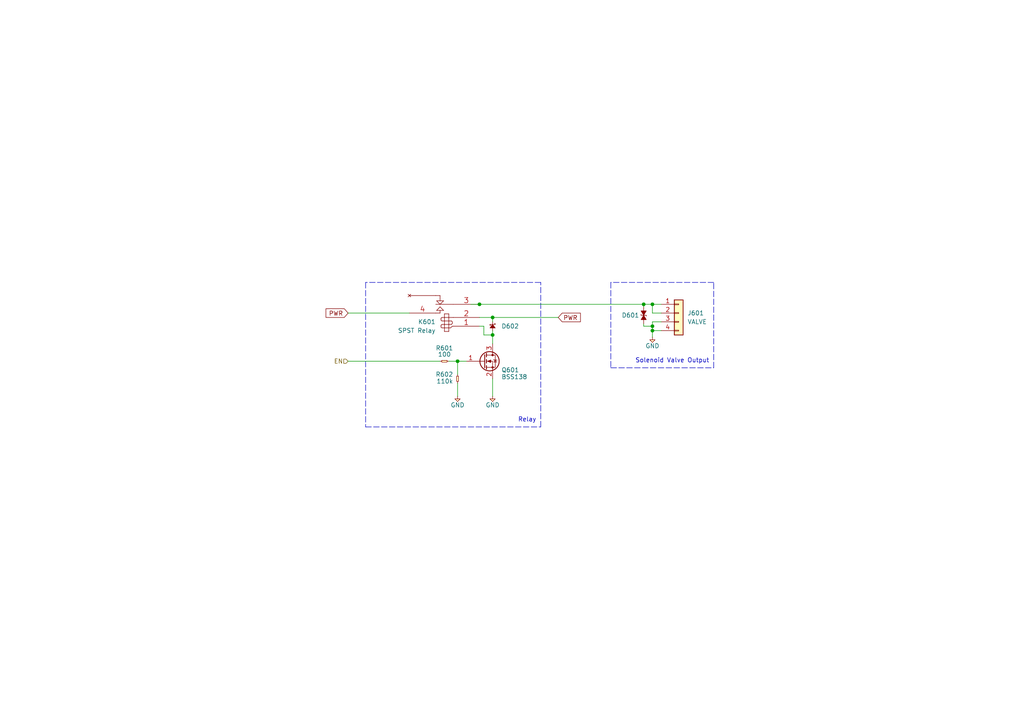
<source format=kicad_sch>
(kicad_sch (version 20211123) (generator eeschema)
  (paper "A4")
  (title_block (title "PROJECT ROYALE") (date "2021-10-23") (rev "1.0") (company "Cambridge University Spaceflight") (comment 1 "Drawn By Henry Franks"))
  (lib_symbols
    (symbol "royale:BSS138" (pin_names hide)
      (property "Reference" "Q" (at 5.08 1.905 0))
      (property "Value" "royale_BSS138" (at 5.08 0 0))
      (symbol "BSS138_0_1"
        (polyline (pts (xy 0.254 0) (xy -2.54 0)))
        (polyline (pts (xy 0.254 1.905) (xy 0.254 -1.905)) (stroke (width 0.254)))
        (polyline (pts (xy 0.762 -1.27) (xy 0.762 -2.286)) (stroke (width 0.254)))
        (polyline (pts (xy 0.762 0.508) (xy 0.762 -0.508)) (stroke (width 0.254)))
        (polyline (pts (xy 0.762 2.286) (xy 0.762 1.27)) (stroke (width 0.254)))
        (polyline (pts (xy 2.54 2.54) (xy 2.54 1.778)))
        (polyline (pts (xy 2.54 -2.54) (xy 2.54 0) (xy 0.762 0)))
        (polyline (pts (xy 0.762 -1.778) (xy 3.302 -1.778) (xy 3.302 1.778) (xy 0.762 1.778)))
        (polyline (pts (xy 1.016 0) (xy 2.032 0.381) (xy 2.032 -0.381) (xy 1.016 0)) (fill (type outline)))
        (polyline (pts (xy 2.794 0.508) (xy 2.921 0.381) (xy 3.683 0.381) (xy 3.81 0.254)))
        (polyline (pts (xy 3.302 0.381) (xy 2.921 -0.254) (xy 3.683 -0.254) (xy 3.302 0.381)))
        (circle (center 1.651 0) (radius 2.794) (stroke (width 0.254)))
        (circle (center 2.54 -1.778) (radius 0.254) (fill (type outline)))
        (circle (center 2.54 1.778) (radius 0.254) (fill (type outline)))
      )
      (symbol "BSS138_1_1"
        (pin input line (at -5.08 0 0) (length 2.54) (name "G") (number "1"))
        (pin passive line (at 2.54 -5.08 90) (length 2.54) (name "S") (number "2"))
        (pin passive line (at 2.54 5.08 270) (length 2.54) (name "D") (number "3"))
      )
    )
    (symbol "royale:Conn_01x04" (pin_names (offset 1.016) hide)
      (property "Reference" "J" (at 0 5.08 0))
      (property "Value" "Conn_01x04" (at 0 -7.62 0))
      (symbol "Conn_01x04_1_1"
        (rectangle (start -1.27 -4.953) (end 0 -5.207) (stroke (width 0.1524)))
        (rectangle (start -1.27 -2.413) (end 0 -2.667) (stroke (width 0.1524)))
        (rectangle (start -1.27 0.127) (end 0 -0.127) (stroke (width 0.1524)))
        (rectangle (start -1.27 2.667) (end 0 2.413) (stroke (width 0.1524)))
        (rectangle (start -1.27 3.81) (end 1.27 -6.35) (stroke (width 0.254)) (fill (type background)))
        (pin passive line (at -5.08 2.54 0) (length 3.81) (name "Pin_1") (number "1"))
        (pin passive line (at -5.08 0 0) (length 3.81) (name "Pin_2") (number "2"))
        (pin passive line (at -5.08 -2.54 0) (length 3.81) (name "Pin_3") (number "3"))
        (pin passive line (at -5.08 -5.08 0) (length 3.81) (name "Pin_4") (number "4"))
      )
    )
    (symbol "royale:Diode_ESD" (pin_numbers hide) (pin_names (offset 0) hide)
      (property "Reference" "D" (at -1.27 2.54 0))
      (symbol "Diode_ESD_0_1"
        (polyline (pts (xy 0 -0.762) (xy 0.254 -0.762)))
        (polyline (pts (xy 0 0.762) (xy -0.254 0.762)))
        (polyline (pts (xy 0 0.762) (xy 0 -0.762)))
        (polyline (pts (xy 0 0) (xy -1.27 0.762) (xy -1.27 -0.762) (xy 0 0)) (fill (type outline)))
        (polyline (pts (xy 0 0) (xy 1.27 0.762) (xy 1.27 -0.762) (xy 0 0)) (fill (type outline)))
      )
      (symbol "Diode_ESD_1_1"
        (pin passive line (at -2.54 0 0) (length 1.27) (name "1") (number "1"))
        (pin passive line (at 2.54 0 180) (length 1.27) (name "2") (number "2"))
      )
    )
    (symbol "royale:Diode_Schottky" (pin_numbers hide) (pin_names (offset 1.016) hide)
      (property "Reference" "D" (at 1.27 1.778 0))
      (symbol "Diode_Schottky_0_1"
        (polyline (pts (xy 0.762 0.762) (xy 0.762 -0.762)))
        (polyline (pts (xy 0.762 -0.762) (xy 1.016 -0.762) (xy 1.016 -0.508)))
        (polyline (pts (xy 0.762 0.762) (xy 0.508 0.762) (xy 0.508 0.508)))
        (polyline (pts (xy 1.778 0.762) (xy 0.762 0) (xy 1.778 -0.762) (xy 1.778 0.762)) (fill (type outline)))
      )
      (symbol "Diode_Schottky_1_1"
        (pin passive line (at 0 0 0) (length 0.762) (name "~") (number "1"))
        (pin passive line (at 2.54 0 180) (length 0.762) (name "~") (number "2"))
      )
    )
    (symbol "royale:GND" (power) (pin_numbers hide) (pin_names (offset 1.016) hide)
      (property "Value" "royale_GND" (at 0 -2.54 0))
      (symbol "GND_0_1"
        (polyline (pts (xy 0 0) (xy 0 -0.762)))
        (polyline (pts (xy -0.762 -0.762) (xy 0.762 -0.762) (xy 0 -1.524) (xy -0.762 -0.762)) (fill (type background)))
      )
      (symbol "GND_1_1"
        (pin power_in line (at 0 0 180) (length 0) hide (name "GND") (number "1"))
      )
    )
    (symbol "royale:R" (pin_numbers hide) (pin_names (offset 1.016) hide)
      (property "Reference" "R" (at 1.27 1.27 0))
      (property "Value" "royale_R" (at 1.27 -1.27 0))
      (symbol "R_0_1"
        (rectangle (start 0.508 0.254) (end 2.032 -0.254) (fill (type background)))
      )
      (symbol "R_1_1"
        (pin passive line (at 0 0 0) (length 0.508) (name "~") (number "1"))
        (pin passive line (at 2.54 0 180) (length 0.508) (name "~") (number "2"))
      )
    )
    (symbol "royale:Relay_SPST" (pin_names (offset 1.016) hide)
      (property "Reference" "K" (at -1.27 10.16 0))
      (property "Value" "Relay_SPST" (at 0 -3.81 0))
      (symbol "Relay_SPST_0_1"
        (polyline (pts (xy -2.54 0) (xy -2.286 0)))
        (polyline (pts (xy -2.54 2.54) (xy -1.27 2.54)))
        (polyline (pts (xy -2.286 0) (xy -1.778 -0.4826)))
        (polyline (pts (xy -2.286 0.7874) (xy -2.286 1.27)))
        (polyline (pts (xy -2.032 0.508) (xy -2.286 0.7874)))
        (polyline (pts (xy -2.032 1.524) (xy -2.286 1.27)))
        (polyline (pts (xy -1.778 -0.4826) (xy -1.27 -0.4826)))
        (polyline (pts (xy -1.27 -1.524) (xy -1.27 3.5814)))
        (polyline (pts (xy -1.27 0.508) (xy -2.032 0.508)))
        (polyline (pts (xy -1.27 0.508) (xy 0 0.508)))
        (polyline (pts (xy -1.27 1.524) (xy -2.032 1.524)))
        (polyline (pts (xy -1.27 2.54) (xy 0 2.54)))
        (polyline (pts (xy -1.27 3.5814) (xy 0 3.5814)))
        (polyline (pts (xy 0 -1.524) (xy -1.27 -1.524)))
        (polyline (pts (xy 0 -0.4826) (xy -1.27 -0.4826)))
        (polyline (pts (xy 0 -0.4826) (xy 0.7366 -0.4826)))
        (polyline (pts (xy 0 0.508) (xy 0.7366 0.508)))
        (polyline (pts (xy 0 1.524) (xy -1.27 1.524)))
        (polyline (pts (xy 0 1.524) (xy 0.7366 1.524)))
        (polyline (pts (xy 0 2.54) (xy 0.7366 2.54)))
        (polyline (pts (xy 0 3.5814) (xy 0 -1.524)))
        (polyline (pts (xy 0.254 4.572) (xy 1.27 5.6134)))
        (polyline (pts (xy 0.254 7.366) (xy 0.9906 7.366)))
        (polyline (pts (xy 0.7366 -0.4826) (xy 0.9906 -0.254)))
        (polyline (pts (xy 0.7366 0.508) (xy 0.9906 0.254)))
        (polyline (pts (xy 0.7366 1.524) (xy 0.9906 1.778)))
        (polyline (pts (xy 0.7366 2.54) (xy 0.9906 2.3114)))
        (polyline (pts (xy 0.9906 -0.254) (xy 0.9906 0.254)))
        (polyline (pts (xy 0.9906 2.3114) (xy 0.9906 1.778)))
        (polyline (pts (xy 0.9906 6.6294) (xy 0.254 7.366)))
        (polyline (pts (xy 0.9906 6.6294) (xy 1.27 6.35)))
        (polyline (pts (xy 0.9906 7.366) (xy 2.2606 7.366)))
        (polyline (pts (xy 1.27 3.81) (xy 1.27 4.572)))
        (polyline (pts (xy 1.27 3.81) (xy 2.54 3.81)))
        (polyline (pts (xy 1.27 5.6134) (xy 2.2606 4.572)))
        (polyline (pts (xy 1.27 6.35) (xy -2.54 6.35)))
        (polyline (pts (xy 1.27 6.35) (xy 1.524 6.35)))
        (polyline (pts (xy 1.27 8.89) (xy 1.27 7.366)))
        (polyline (pts (xy 1.27 8.89) (xy 2.54 8.89)))
        (polyline (pts (xy 1.524 6.35) (xy 2.54 6.35)))
        (polyline (pts (xy 2.2606 4.572) (xy 0.254 4.572)))
        (polyline (pts (xy 2.2606 7.366) (xy 1.27 6.35)))
      )
      (symbol "Relay_SPST_1_1"
        (pin input line (at -10.16 0 0) (length 7.62) (name "~") (number "1"))
        (pin input line (at -10.16 2.54 0) (length 7.62) (name "~") (number "2"))
        (pin passive line (at -10.16 6.35 0) (length 7.62) (name "~") (number "3"))
        (pin passive line (at 10.16 3.81 180) (length 7.62) (name "~") (number "4"))
        (pin no_connect line (at 10.16 8.89 180) (length 7.62) (name "~") (number "~"))
      )
    )
  )
  (junction (at 142.875 97.155))
  (junction (at 132.715 104.775))
  (junction (at 189.23 88.265))
  (junction (at 142.875 92.075))
  (junction (at 139.065 88.265))
  (junction (at 189.23 94.615))
  (junction (at 186.69 88.265))
  (junction (at 189.23 95.885))
  (polyline (pts (xy 207.01 106.68) (xy 207.01 81.915)))
  (wire (pts (xy 139.065 92.075) (xy 142.875 92.075)))
  (polyline (pts (xy 156.845 81.915) (xy 106.045 81.915)))
  (wire (pts (xy 142.875 97.155) (xy 140.335 97.155)))
  (polyline (pts (xy 207.01 81.915) (xy 177.165 81.915)))
  (wire (pts (xy 189.23 88.265) (xy 191.77 88.265)))
  (wire (pts (xy 142.875 109.855) (xy 142.875 114.935)))
  (polyline (pts (xy 177.165 106.68) (xy 207.01 106.68)))
  (wire (pts (xy 186.69 93.98) (xy 186.69 94.615)))
  (wire (pts (xy 139.065 88.265) (xy 186.69 88.265)))
  (polyline (pts (xy 106.045 123.825) (xy 156.845 123.825)))
  (wire (pts (xy 189.23 90.805) (xy 191.77 90.805)))
  (wire (pts (xy 189.23 95.885) (xy 191.77 95.885)))
  (wire (pts (xy 132.715 104.775) (xy 135.255 104.775)))
  (wire (pts (xy 140.335 97.155) (xy 140.335 94.615)))
  (wire (pts (xy 140.335 94.615) (xy 139.065 94.615)))
  (wire (pts (xy 142.875 99.695) (xy 142.875 97.155)))
  (wire (pts (xy 142.875 95.885) (xy 142.875 97.155)))
  (wire (pts (xy 189.23 88.265) (xy 189.23 90.805)))
  (wire (pts (xy 142.875 92.075) (xy 161.925 92.075)))
  (wire (pts (xy 132.715 111.125) (xy 132.715 114.935)))
  (wire (pts (xy 130.175 104.775) (xy 132.715 104.775)))
  (wire (pts (xy 186.69 88.265) (xy 189.23 88.265)))
  (wire (pts (xy 100.965 90.805) (xy 118.745 90.805)))
  (wire (pts (xy 100.965 104.775) (xy 127.635 104.775)))
  (polyline (pts (xy 177.165 81.915) (xy 177.165 106.68)))
  (wire (pts (xy 132.715 104.775) (xy 132.715 108.585)))
  (wire (pts (xy 189.23 93.345) (xy 191.77 93.345)))
  (wire (pts (xy 186.69 88.265) (xy 186.69 88.9)))
  (wire (pts (xy 142.875 92.075) (xy 142.875 93.345)))
  (wire (pts (xy 186.69 94.615) (xy 189.23 94.615)))
  (wire (pts (xy 136.525 88.265) (xy 139.065 88.265)))
  (wire (pts (xy 189.23 95.885) (xy 189.23 94.615)))
  (wire (pts (xy 189.23 94.615) (xy 189.23 93.345)))
  (wire (pts (xy 189.23 95.885) (xy 189.23 97.79)))
  (polyline (pts (xy 106.045 81.915) (xy 106.045 123.825)))
  (polyline (pts (xy 156.845 123.825) (xy 156.845 81.915)))
  (text "Solenoid Valve Output" (at 205.74 105.41 180) (effects (font (size 1.27 1.27)) (justify right bottom)))
  (text "Relay" (at 155.575 122.555 180) (effects (font (size 1.27 1.27)) (justify right bottom)))
  (global_label "PWR" (shape input) (at 161.925 92.075 0) (property "Intersheet References" "${INTERSHEET_REFS}" (effects hide)))
  (global_label "PWR" (shape input) (at 100.965 90.805 180) (property "Intersheet References" "${INTERSHEET_REFS}" (effects hide)))
  (hierarchical_label "EN" (shape input) (at 100.965 104.775 180))
  (symbol (lib_id "royale:GND") (at 189.23 97.79 0)
    (property "Reference" "#PWR0601" (effects hide))
    (property "Value" "GND" (at 189.23 100.33 0))
  )
  (symbol (lib_id "royale:BSS138") (at 140.335 104.775 0)
    (property "Reference" "Q601" (at 145.415 107.315 0) (effects (justify left)))
    (property "Value" "BSS138" (at 145.415 108.585 0) (effects (justify left top)))
    (property "Footprint" "royale:BSS138" (effects hide))
    (property "Datasheet" "https://www.onsemi.com/pub/Collateral/BSS138-D.PDF" (effects hide))
  )
  (symbol (lib_id "royale:GND") (at 142.875 114.935 0)
    (property "Reference" "#PWR0603" (effects hide))
    (property "Value" "GND" (at 142.875 117.475 0))
  )
  (symbol (lib_id "royale:R") (at 132.715 108.585 90) (mirror x)
    (property "Reference" "R602" (at 131.445 108.585 90) (effects (justify left)))
    (property "Value" "110k" (at 131.445 109.855 90) (effects (justify left top)))
    (property "Footprint" "royale:R_0402" (effects hide))
  )
  (symbol (lib_id "royale:Diode_Schottky") (at 142.875 93.345 270)
    (property "Reference" "D602" (at 145.415 94.615 90) (effects (justify left)))
    (property "Value" "Diode_Schottky" (effects hide))
    (property "Footprint" "royale:D_0402" (effects hide))
  )
  (symbol (lib_id "royale:Relay_SPST") (at 128.905 94.615 0) (mirror y)
    (property "Reference" "K601" (at 126.365 93.345 0) (effects (justify left)))
    (property "Value" "SPST Relay" (at 126.365 95.885 0) (effects (justify left)))
    (property "Footprint" "royale:Relay" (effects hide))
  )
  (symbol (lib_id "royale:R") (at 127.635 104.775 0)
    (property "Reference" "R601" (at 128.905 100.965 0))
    (property "Value" "100" (at 128.905 103.505 0) (effects (justify bottom)))
    (property "Footprint" "royale:R_0402" (effects hide))
  )
  (symbol (lib_id "royale:GND") (at 132.715 114.935 0)
    (property "Reference" "#PWR0602" (effects hide))
    (property "Value" "GND" (at 132.715 117.475 0))
  )
  (symbol (lib_id "royale:Diode_ESD") (at 186.69 91.44 270) (mirror x)
    (property "Reference" "D601" (at 185.42 91.44 90) (effects (justify right)))
    (property "Value" "Diode_ESD" (effects hide))
    (property "Footprint" "royale:D_0402" (effects hide))
    (property "Farnell" "2368169" (effects hide))
  )
  (symbol (lib_id "royale:Conn_01x04") (at 196.85 90.805 0)
    (property "Reference" "J601" (at 199.39 90.8049 0) (effects (justify left)))
    (property "Value" "VALVE" (at 199.39 93.3449 0) (effects (justify left)))
    (property "Footprint" "royale:Molex_Nano-Fit_105313-xx04_1x04_P2.50mm_Horizontal" (effects hide))
  )
)
</source>
